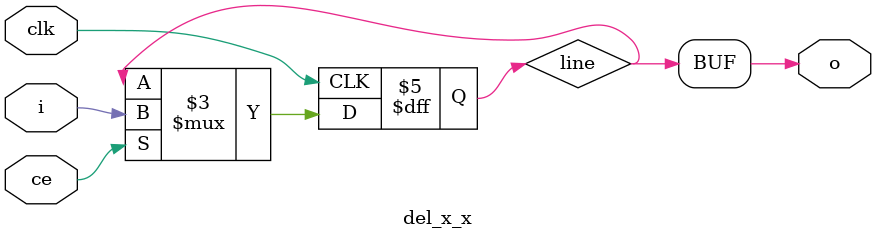
<source format=v>
`timescale 1ns / 1ps
module del_x_x #
(
  parameter width=1,
  parameter length=1
)
(
  input clk,
  input ce,
  input [width-1:0] i,
  output [width-1:0] o
);
//-----------------------------------------------
reg[width*length-1:0] line=4096'b0;
//-----------------------------------------------
always @(posedge clk)
begin
  if(ce) line<={line,i};
end
//-----------------------------------------------
assign o=line[width*length-1:width*(length-1)];
//-----------------------------------------------
endmodule
//-----------------------------------------------

</source>
